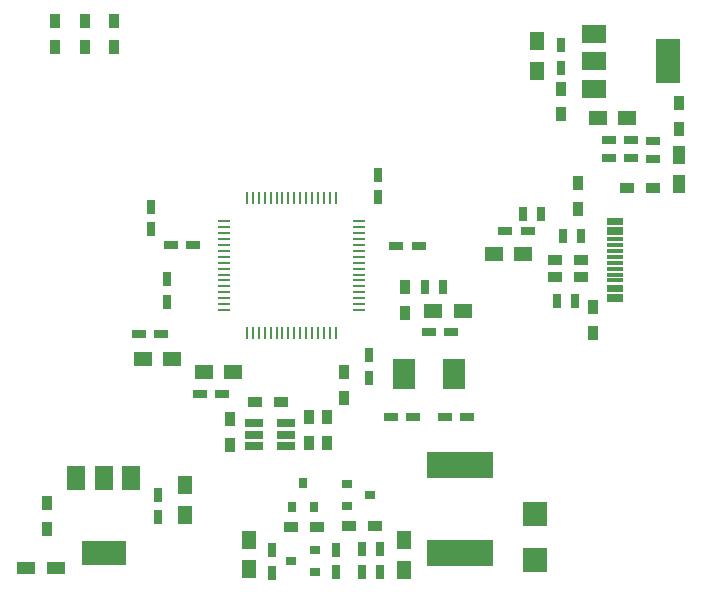
<source format=gtp>
%TF.GenerationSoftware,KiCad,Pcbnew,(5.1.8)-1*%
%TF.CreationDate,2021-02-22T22:13:28+01:00*%
%TF.ProjectId,radioberry-juice,72616469-6f62-4657-9272-792d6a756963,rev?*%
%TF.SameCoordinates,Original*%
%TF.FileFunction,Paste,Top*%
%TF.FilePolarity,Positive*%
%FSLAX46Y46*%
G04 Gerber Fmt 4.6, Leading zero omitted, Abs format (unit mm)*
G04 Created by KiCad (PCBNEW (5.1.8)-1) date 2021-02-22 22:13:28*
%MOMM*%
%LPD*%
G01*
G04 APERTURE LIST*
%ADD10R,1.500000X1.250000*%
%ADD11R,1.250000X1.500000*%
%ADD12R,1.100000X1.600000*%
%ADD13R,0.900000X1.200000*%
%ADD14R,1.600000X1.100000*%
%ADD15R,1.900000X2.600000*%
%ADD16R,1.200000X0.900000*%
%ADD17R,0.900000X0.800000*%
%ADD18R,0.800000X0.900000*%
%ADD19R,2.000000X1.500000*%
%ADD20R,2.000000X3.800000*%
%ADD21R,0.635000X1.143000*%
%ADD22R,2.100000X2.000000*%
%ADD23R,0.750000X1.200000*%
%ADD24R,1.450000X0.300000*%
%ADD25R,1.560000X0.650000*%
%ADD26R,1.500000X2.000000*%
%ADD27R,3.800000X2.000000*%
%ADD28R,1.000000X0.250000*%
%ADD29R,0.250000X1.000000*%
%ADD30R,5.600000X2.300000*%
%ADD31R,1.143000X0.635000*%
%ADD32R,1.200000X0.750000*%
G04 APERTURE END LIST*
D10*
%TO.C,C28*%
X138150000Y-98500000D03*
X140650000Y-98500000D03*
%TD*%
%TO.C,C26*%
X133000000Y-103300000D03*
X135500000Y-103300000D03*
%TD*%
%TO.C,C24*%
X149450000Y-87000000D03*
X146950000Y-87000000D03*
%TD*%
D11*
%TO.C,C22*%
X141800000Y-83000000D03*
X141800000Y-80500000D03*
%TD*%
D10*
%TO.C,C11*%
X116100000Y-108500000D03*
X113600000Y-108500000D03*
%TD*%
%TO.C,C9*%
X110900000Y-107400000D03*
X108400000Y-107400000D03*
%TD*%
D11*
%TO.C,C7*%
X117400000Y-125200000D03*
X117400000Y-122700000D03*
%TD*%
%TO.C,C5*%
X112000000Y-120600000D03*
X112000000Y-118100000D03*
%TD*%
%TO.C,C1*%
X130500000Y-122750000D03*
X130500000Y-125250000D03*
%TD*%
D12*
%TO.C,D4*%
X153800000Y-90100000D03*
X153800000Y-92600000D03*
%TD*%
D13*
%TO.C,R19*%
X100300000Y-119600000D03*
X100300000Y-121800000D03*
%TD*%
%TO.C,R18*%
X153800000Y-85700000D03*
X153800000Y-87900000D03*
%TD*%
D14*
%TO.C,D5*%
X101050000Y-125100000D03*
X98550000Y-125100000D03*
%TD*%
D15*
%TO.C,Y1*%
X130500000Y-108700000D03*
X134800000Y-108700000D03*
%TD*%
D13*
%TO.C,R3*%
X125500000Y-110700000D03*
X125500000Y-108500000D03*
%TD*%
D16*
%TO.C,R1*%
X123200000Y-121600000D03*
X121000000Y-121600000D03*
%TD*%
D17*
%TO.C,Q3*%
X125700000Y-119850000D03*
X127700000Y-118900000D03*
X125700000Y-117950000D03*
%TD*%
D18*
%TO.C,Q2*%
X122950000Y-119900000D03*
X122000000Y-117900000D03*
X121050000Y-119900000D03*
%TD*%
D19*
%TO.C,U4*%
X146600000Y-79900000D03*
X146600000Y-82200000D03*
X146600000Y-84500001D03*
D20*
X152900001Y-82200000D03*
%TD*%
D21*
%TO.C,D3*%
X144000000Y-97000000D03*
X145524000Y-97000000D03*
%TD*%
%TO.C,D2*%
X145000000Y-102500000D03*
X143476000Y-102500000D03*
%TD*%
D22*
%TO.C,D1*%
X141600000Y-124460000D03*
X141600000Y-120500000D03*
%TD*%
D17*
%TO.C,Q1*%
X123000000Y-123550000D03*
X121000000Y-124500000D03*
X123000000Y-125450000D03*
%TD*%
D16*
%TO.C,R11*%
X151600000Y-92900000D03*
X149400000Y-92900000D03*
%TD*%
D13*
%TO.C,R5*%
X146500000Y-105200000D03*
X146500000Y-103000000D03*
%TD*%
%TO.C,R4*%
X145300000Y-92500000D03*
X145300000Y-94700000D03*
%TD*%
D16*
%TO.C,R2*%
X125900000Y-121500000D03*
X128100000Y-121500000D03*
%TD*%
D23*
%TO.C,C4*%
X124800000Y-125450000D03*
X124800000Y-123550000D03*
%TD*%
D24*
%TO.C,J2*%
X148400000Y-102400000D03*
X148400000Y-101600000D03*
X148400000Y-100750000D03*
X148400000Y-102100000D03*
X148400000Y-101300000D03*
X148400000Y-100250000D03*
X148400000Y-97250000D03*
X148400000Y-96400000D03*
X148400000Y-95600000D03*
X148400000Y-95900000D03*
X148400000Y-96700000D03*
X148400000Y-97750000D03*
X148400000Y-98250000D03*
X148400000Y-98750000D03*
X148400000Y-99250000D03*
X148400000Y-99750000D03*
%TD*%
D25*
%TO.C,U3*%
X117850000Y-112850000D03*
X117850000Y-113800000D03*
X117850000Y-114750000D03*
X120550000Y-114750000D03*
X120550000Y-112850000D03*
X120550000Y-113800000D03*
%TD*%
D26*
%TO.C,U1*%
X107400001Y-117500000D03*
X105100001Y-117500000D03*
X102800000Y-117500000D03*
D27*
X105100001Y-123800001D03*
%TD*%
D28*
%TO.C,U2*%
X126700000Y-103250000D03*
X126700000Y-102750000D03*
X126700000Y-102250000D03*
X126700000Y-101750000D03*
X126700000Y-101250000D03*
X126700000Y-100750000D03*
X126700000Y-100250000D03*
X126700000Y-99750000D03*
X126700000Y-99250000D03*
X126700000Y-98750000D03*
X126700000Y-98250000D03*
X126700000Y-97750000D03*
X126700000Y-97250000D03*
X126700000Y-96750000D03*
X126700000Y-96250000D03*
X126700000Y-95750000D03*
D29*
X124750000Y-93800000D03*
X124250000Y-93800000D03*
X123750000Y-93800000D03*
X123250000Y-93800000D03*
X122750000Y-93800000D03*
X122250000Y-93800000D03*
X121750000Y-93800000D03*
X121250000Y-93800000D03*
X120750000Y-93800000D03*
X120250000Y-93800000D03*
X119750000Y-93800000D03*
X119250000Y-93800000D03*
X118750000Y-93800000D03*
X118250000Y-93800000D03*
X117750000Y-93800000D03*
X117250000Y-93800000D03*
D28*
X115300000Y-95750000D03*
X115300000Y-96250000D03*
X115300000Y-96750000D03*
X115300000Y-97250000D03*
X115300000Y-97750000D03*
X115300000Y-98250000D03*
X115300000Y-98750000D03*
X115300000Y-99250000D03*
X115300000Y-99750000D03*
X115300000Y-100250000D03*
X115300000Y-100750000D03*
X115300000Y-101250000D03*
X115300000Y-101750000D03*
X115300000Y-102250000D03*
X115300000Y-102750000D03*
X115300000Y-103250000D03*
D29*
X117250000Y-105200000D03*
X117750000Y-105200000D03*
X118250000Y-105200000D03*
X118750000Y-105200000D03*
X119250000Y-105200000D03*
X119750000Y-105200000D03*
X120250000Y-105200000D03*
X120750000Y-105200000D03*
X121250000Y-105200000D03*
X121750000Y-105200000D03*
X122250000Y-105200000D03*
X122750000Y-105200000D03*
X123250000Y-105200000D03*
X123750000Y-105200000D03*
X124250000Y-105200000D03*
X124750000Y-105200000D03*
%TD*%
D13*
%TO.C,R13*%
X124000000Y-114500000D03*
X124000000Y-112300000D03*
%TD*%
%TO.C,R12*%
X122500000Y-114500000D03*
X122500000Y-112300000D03*
%TD*%
D30*
%TO.C,F1*%
X135300000Y-116400000D03*
X135300000Y-123800000D03*
%TD*%
D13*
%TO.C,R17*%
X115800000Y-114700000D03*
X115800000Y-112500000D03*
%TD*%
D16*
%TO.C,R14*%
X117900000Y-111000000D03*
X120100000Y-111000000D03*
%TD*%
D13*
%TO.C,R10*%
X143800000Y-84500000D03*
X143800000Y-86700000D03*
%TD*%
%TO.C,R9*%
X106000000Y-81000000D03*
X106000000Y-78800000D03*
%TD*%
%TO.C,R8*%
X130600000Y-103500000D03*
X130600000Y-101300000D03*
%TD*%
D16*
%TO.C,R7*%
X143300000Y-99000000D03*
X145500000Y-99000000D03*
%TD*%
D13*
%TO.C,R16*%
X101000000Y-78800000D03*
X101000000Y-81000000D03*
%TD*%
%TO.C,R15*%
X103500000Y-78800000D03*
X103500000Y-81000000D03*
%TD*%
D16*
%TO.C,R6*%
X143300000Y-100500000D03*
X145500000Y-100500000D03*
%TD*%
D21*
%TO.C,FB3*%
X133862000Y-101300000D03*
X132338000Y-101300000D03*
%TD*%
%TO.C,FB2*%
X142100000Y-95100000D03*
X140576000Y-95100000D03*
%TD*%
D31*
%TO.C,FB1*%
X151600000Y-90500000D03*
X151600000Y-88976000D03*
%TD*%
D32*
%TO.C,C29*%
X139100000Y-96600000D03*
X141000000Y-96600000D03*
%TD*%
%TO.C,C27*%
X132650000Y-105100000D03*
X134550000Y-105100000D03*
%TD*%
%TO.C,C25*%
X149800000Y-88900000D03*
X147900000Y-88900000D03*
%TD*%
D23*
%TO.C,C23*%
X143800000Y-82750000D03*
X143800000Y-80850000D03*
%TD*%
%TO.C,C21*%
X127600000Y-107100000D03*
X127600000Y-109000000D03*
%TD*%
D32*
%TO.C,C20*%
X112710000Y-97790000D03*
X110810000Y-97790000D03*
%TD*%
%TO.C,C19*%
X129900000Y-97800000D03*
X131800000Y-97800000D03*
%TD*%
%TO.C,C18*%
X115150000Y-110400000D03*
X113250000Y-110400000D03*
%TD*%
D23*
%TO.C,C17*%
X110490000Y-100650000D03*
X110490000Y-102550000D03*
%TD*%
%TO.C,C16*%
X109100000Y-94500000D03*
X109100000Y-96400000D03*
%TD*%
%TO.C,C15*%
X128300000Y-93700000D03*
X128300000Y-91800000D03*
%TD*%
D32*
%TO.C,C14*%
X131300000Y-112300000D03*
X129400000Y-112300000D03*
%TD*%
%TO.C,C13*%
X134000000Y-112300000D03*
X135900000Y-112300000D03*
%TD*%
%TO.C,C12*%
X149800000Y-90400000D03*
X147900000Y-90400000D03*
%TD*%
%TO.C,C10*%
X110000000Y-105300000D03*
X108100000Y-105300000D03*
%TD*%
D23*
%TO.C,C8*%
X119400000Y-125500000D03*
X119400000Y-123600000D03*
%TD*%
%TO.C,C6*%
X109700000Y-120800000D03*
X109700000Y-118900000D03*
%TD*%
%TO.C,C3*%
X127000000Y-123500000D03*
X127000000Y-125400000D03*
%TD*%
%TO.C,C2*%
X128500000Y-123500000D03*
X128500000Y-125400000D03*
%TD*%
M02*

</source>
